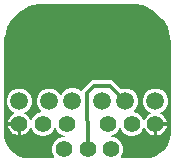
<source format=gbr>
G04 EAGLE Gerber X2 export*
G04 #@! %TF.Part,Single*
G04 #@! %TF.FileFunction,Copper,L2,Bot,Mixed*
G04 #@! %TF.FilePolarity,Positive*
G04 #@! %TF.GenerationSoftware,Autodesk,EAGLE,8.6.0*
G04 #@! %TF.CreationDate,2018-03-03T07:28:53Z*
G75*
%MOMM*%
%FSLAX34Y34*%
%LPD*%
%AMOC8*
5,1,8,0,0,1.08239X$1,22.5*%
G01*
%ADD10C,1.422400*%
%ADD11C,1.500000*%
%ADD12C,0.604000*%
%ADD13C,0.304800*%

G36*
X411391Y337084D02*
X411391Y337084D01*
X411462Y337086D01*
X411511Y337104D01*
X411563Y337112D01*
X411626Y337146D01*
X411693Y337171D01*
X411734Y337203D01*
X411780Y337228D01*
X411829Y337279D01*
X411886Y337324D01*
X411914Y337368D01*
X411950Y337406D01*
X411980Y337471D01*
X412018Y337531D01*
X412031Y337582D01*
X412053Y337629D01*
X412061Y337700D01*
X412079Y337770D01*
X412074Y337822D01*
X412080Y337873D01*
X412065Y337944D01*
X412059Y338015D01*
X412039Y338063D01*
X412028Y338114D01*
X411991Y338175D01*
X411963Y338241D01*
X411918Y338297D01*
X411902Y338325D01*
X411884Y338340D01*
X411858Y338372D01*
X411586Y338644D01*
X410039Y342379D01*
X410039Y346421D01*
X411586Y350156D01*
X414444Y353014D01*
X418179Y354561D01*
X419980Y354561D01*
X420076Y354576D01*
X420173Y354586D01*
X420197Y354596D01*
X420223Y354600D01*
X420309Y354646D01*
X420398Y354686D01*
X420417Y354703D01*
X420440Y354716D01*
X420507Y354786D01*
X420579Y354852D01*
X420591Y354875D01*
X420609Y354894D01*
X420650Y354982D01*
X420697Y355068D01*
X420702Y355093D01*
X420713Y355117D01*
X420724Y355214D01*
X420741Y355310D01*
X420737Y355336D01*
X420740Y355361D01*
X420720Y355457D01*
X420705Y355553D01*
X420694Y355576D01*
X420688Y355602D01*
X420638Y355685D01*
X420594Y355772D01*
X420575Y355791D01*
X420562Y355813D01*
X420488Y355876D01*
X420418Y355944D01*
X420390Y355960D01*
X420375Y355973D01*
X420344Y355985D01*
X420271Y356025D01*
X416744Y357486D01*
X413886Y360344D01*
X413203Y361993D01*
X413166Y362054D01*
X413136Y362119D01*
X413101Y362158D01*
X413074Y362202D01*
X413019Y362248D01*
X412970Y362301D01*
X412924Y362326D01*
X412884Y362359D01*
X412817Y362385D01*
X412754Y362419D01*
X412703Y362428D01*
X412655Y362447D01*
X412583Y362450D01*
X412512Y362463D01*
X412461Y362455D01*
X412409Y362457D01*
X412340Y362437D01*
X412269Y362427D01*
X412223Y362403D01*
X412173Y362389D01*
X412114Y362348D01*
X412050Y362316D01*
X412013Y362278D01*
X411971Y362249D01*
X411928Y362191D01*
X411878Y362140D01*
X411843Y362077D01*
X411824Y362051D01*
X411817Y362029D01*
X411797Y361993D01*
X411114Y360344D01*
X408256Y357486D01*
X404521Y355939D01*
X400479Y355939D01*
X396744Y357486D01*
X393886Y360344D01*
X392935Y362641D01*
X392881Y362728D01*
X392833Y362816D01*
X392817Y362831D01*
X392805Y362850D01*
X392727Y362915D01*
X392653Y362984D01*
X392633Y362993D01*
X392616Y363007D01*
X392521Y363044D01*
X392429Y363085D01*
X392407Y363087D01*
X392386Y363095D01*
X392285Y363100D01*
X392184Y363110D01*
X392162Y363105D01*
X392140Y363106D01*
X392043Y363078D01*
X391944Y363055D01*
X391925Y363043D01*
X391904Y363037D01*
X391821Y362979D01*
X391734Y362927D01*
X391720Y362910D01*
X391702Y362897D01*
X391641Y362816D01*
X391577Y362738D01*
X391565Y362713D01*
X391555Y362700D01*
X391545Y362668D01*
X391507Y362585D01*
X391446Y362395D01*
X390756Y361041D01*
X389863Y359812D01*
X388788Y358737D01*
X387559Y357844D01*
X386205Y357154D01*
X384760Y356685D01*
X384023Y356568D01*
X384023Y365338D01*
X384020Y365358D01*
X384022Y365377D01*
X384000Y365479D01*
X383983Y365581D01*
X383974Y365598D01*
X383970Y365618D01*
X383917Y365707D01*
X383868Y365798D01*
X383854Y365812D01*
X383844Y365829D01*
X383765Y365896D01*
X383690Y365967D01*
X383672Y365976D01*
X383657Y365989D01*
X383561Y366027D01*
X383467Y366071D01*
X383447Y366073D01*
X383429Y366081D01*
X383262Y366099D01*
X382499Y366099D01*
X382499Y366862D01*
X382496Y366882D01*
X382498Y366901D01*
X382476Y367003D01*
X382459Y367105D01*
X382450Y367122D01*
X382446Y367142D01*
X382393Y367231D01*
X382344Y367322D01*
X382330Y367336D01*
X382320Y367353D01*
X382241Y367420D01*
X382166Y367491D01*
X382148Y367500D01*
X382133Y367513D01*
X382037Y367552D01*
X381943Y367595D01*
X381923Y367597D01*
X381905Y367605D01*
X381738Y367623D01*
X372968Y367623D01*
X373085Y368360D01*
X373554Y369805D01*
X374244Y371159D01*
X375137Y372388D01*
X376212Y373463D01*
X377441Y374356D01*
X377744Y374510D01*
X377778Y374535D01*
X377816Y374552D01*
X377876Y374607D01*
X377942Y374656D01*
X377966Y374690D01*
X377997Y374719D01*
X378037Y374790D01*
X378084Y374857D01*
X378096Y374897D01*
X378116Y374934D01*
X378130Y375014D01*
X378154Y375093D01*
X378152Y375135D01*
X378160Y375176D01*
X378148Y375257D01*
X378145Y375339D01*
X378130Y375378D01*
X378124Y375419D01*
X378087Y375492D01*
X378058Y375569D01*
X378031Y375601D01*
X378012Y375639D01*
X377954Y375696D01*
X377902Y375759D01*
X377867Y375782D01*
X377837Y375811D01*
X377701Y375886D01*
X377694Y375890D01*
X377692Y375890D01*
X377690Y375892D01*
X376325Y376457D01*
X373357Y379425D01*
X371751Y383302D01*
X371751Y387498D01*
X373357Y391375D01*
X376325Y394343D01*
X380202Y395949D01*
X384398Y395949D01*
X388275Y394343D01*
X391243Y391375D01*
X392849Y387498D01*
X392849Y383302D01*
X391243Y379425D01*
X388275Y376457D01*
X387131Y375983D01*
X387095Y375961D01*
X387056Y375947D01*
X386991Y375897D01*
X386922Y375854D01*
X386895Y375821D01*
X386862Y375795D01*
X386817Y375727D01*
X386765Y375664D01*
X386750Y375625D01*
X386727Y375590D01*
X386706Y375511D01*
X386677Y375434D01*
X386675Y375393D01*
X386664Y375352D01*
X386670Y375270D01*
X386666Y375189D01*
X386678Y375148D01*
X386681Y375107D01*
X386712Y375031D01*
X386735Y374952D01*
X386759Y374918D01*
X386775Y374879D01*
X386829Y374818D01*
X386875Y374750D01*
X386909Y374725D01*
X386936Y374694D01*
X387066Y374609D01*
X387073Y374604D01*
X387074Y374603D01*
X387077Y374602D01*
X387559Y374356D01*
X388788Y373463D01*
X389863Y372388D01*
X390756Y371159D01*
X391446Y369805D01*
X391507Y369615D01*
X391554Y369525D01*
X391595Y369432D01*
X391610Y369416D01*
X391620Y369396D01*
X391693Y369326D01*
X391762Y369251D01*
X391781Y369240D01*
X391797Y369225D01*
X391888Y369181D01*
X391977Y369133D01*
X391999Y369129D01*
X392019Y369119D01*
X392119Y369107D01*
X392219Y369089D01*
X392241Y369092D01*
X392263Y369089D01*
X392362Y369110D01*
X392462Y369125D01*
X392482Y369135D01*
X392504Y369139D01*
X392592Y369190D01*
X392682Y369236D01*
X392697Y369252D01*
X392716Y369263D01*
X392783Y369339D01*
X392854Y369412D01*
X392867Y369436D01*
X392878Y369448D01*
X392891Y369479D01*
X392935Y369559D01*
X393886Y371856D01*
X396744Y374714D01*
X400446Y376247D01*
X400485Y376271D01*
X400528Y376287D01*
X400589Y376336D01*
X400655Y376377D01*
X400684Y376412D01*
X400720Y376441D01*
X400762Y376506D01*
X400812Y376566D01*
X400828Y376609D01*
X400853Y376648D01*
X400872Y376723D01*
X400900Y376796D01*
X400902Y376842D01*
X400913Y376886D01*
X400907Y376964D01*
X400911Y377042D01*
X400898Y377086D01*
X400894Y377131D01*
X400864Y377203D01*
X400842Y377278D01*
X400816Y377316D01*
X400798Y377358D01*
X400713Y377464D01*
X400702Y377480D01*
X400698Y377483D01*
X400693Y377489D01*
X398757Y379425D01*
X397151Y383302D01*
X397151Y387498D01*
X398757Y391375D01*
X401725Y394343D01*
X405602Y395949D01*
X409798Y395949D01*
X413675Y394343D01*
X416643Y391375D01*
X416785Y391033D01*
X416822Y390972D01*
X416851Y390907D01*
X416887Y390868D01*
X416914Y390824D01*
X416969Y390778D01*
X417018Y390726D01*
X417064Y390700D01*
X417104Y390667D01*
X417170Y390642D01*
X417233Y390607D01*
X417285Y390598D01*
X417333Y390579D01*
X417405Y390576D01*
X417475Y390563D01*
X417527Y390571D01*
X417579Y390569D01*
X417648Y390589D01*
X417719Y390599D01*
X417765Y390623D01*
X417815Y390637D01*
X417874Y390678D01*
X417938Y390711D01*
X417975Y390748D01*
X418017Y390777D01*
X418060Y390835D01*
X418110Y390886D01*
X418145Y390949D01*
X418164Y390975D01*
X418171Y390997D01*
X418191Y391033D01*
X418457Y391675D01*
X421425Y394643D01*
X425302Y396249D01*
X429498Y396249D01*
X433375Y394643D01*
X434120Y393899D01*
X434179Y393856D01*
X434233Y393805D01*
X434279Y393784D01*
X434319Y393755D01*
X434389Y393733D01*
X434456Y393703D01*
X434506Y393697D01*
X434554Y393683D01*
X434628Y393685D01*
X434701Y393677D01*
X434750Y393688D01*
X434800Y393689D01*
X434869Y393714D01*
X434941Y393730D01*
X434984Y393756D01*
X435031Y393773D01*
X435089Y393819D01*
X435151Y393857D01*
X435184Y393896D01*
X435223Y393927D01*
X435263Y393989D01*
X435310Y394045D01*
X435329Y394092D01*
X435356Y394134D01*
X435374Y394205D01*
X435401Y394273D01*
X435409Y394342D01*
X435416Y394373D01*
X435416Y394383D01*
X436758Y395725D01*
X436759Y395726D01*
X436761Y395728D01*
X438237Y397216D01*
X438243Y397219D01*
X438265Y397243D01*
X438320Y397287D01*
X441004Y399971D01*
X443906Y402873D01*
X461294Y402873D01*
X468439Y395727D01*
X468535Y395659D01*
X468628Y395589D01*
X468634Y395588D01*
X468639Y395584D01*
X468751Y395549D01*
X468862Y395513D01*
X468868Y395513D01*
X468874Y395511D01*
X468991Y395515D01*
X469108Y395516D01*
X469115Y395518D01*
X469120Y395518D01*
X469138Y395524D01*
X469269Y395562D01*
X470202Y395949D01*
X474398Y395949D01*
X478275Y394343D01*
X481243Y391375D01*
X482849Y387498D01*
X482849Y383302D01*
X481243Y379425D01*
X479278Y377460D01*
X479237Y377402D01*
X479187Y377350D01*
X479165Y377303D01*
X479135Y377261D01*
X479114Y377192D01*
X479084Y377127D01*
X479078Y377075D01*
X479063Y377025D01*
X479064Y376954D01*
X479056Y376883D01*
X479068Y376832D01*
X479069Y376780D01*
X479094Y376712D01*
X479109Y376642D01*
X479135Y376597D01*
X479153Y376549D01*
X479198Y376493D01*
X479235Y376431D01*
X479274Y376397D01*
X479307Y376357D01*
X479367Y376318D01*
X479422Y376271D01*
X479470Y376252D01*
X479514Y376224D01*
X479583Y376206D01*
X479650Y376179D01*
X479686Y376175D01*
X483456Y374614D01*
X486314Y371756D01*
X487265Y369459D01*
X487319Y369372D01*
X487367Y369284D01*
X487383Y369269D01*
X487395Y369250D01*
X487473Y369185D01*
X487547Y369116D01*
X487567Y369107D01*
X487584Y369093D01*
X487679Y369056D01*
X487771Y369015D01*
X487793Y369013D01*
X487814Y369005D01*
X487915Y369000D01*
X488016Y368990D01*
X488038Y368995D01*
X488060Y368994D01*
X488157Y369022D01*
X488256Y369045D01*
X488275Y369057D01*
X488296Y369063D01*
X488379Y369121D01*
X488466Y369173D01*
X488480Y369190D01*
X488498Y369203D01*
X488559Y369284D01*
X488623Y369362D01*
X488635Y369387D01*
X488645Y369400D01*
X488655Y369432D01*
X488693Y369515D01*
X488754Y369705D01*
X489444Y371059D01*
X490337Y372288D01*
X491412Y373363D01*
X492641Y374256D01*
X493142Y374511D01*
X493176Y374536D01*
X493214Y374553D01*
X493274Y374608D01*
X493340Y374657D01*
X493364Y374691D01*
X493395Y374719D01*
X493435Y374791D01*
X493482Y374858D01*
X493494Y374898D01*
X493514Y374935D01*
X493528Y375015D01*
X493552Y375094D01*
X493550Y375136D01*
X493558Y375177D01*
X493546Y375258D01*
X493543Y375339D01*
X493528Y375379D01*
X493522Y375420D01*
X493485Y375493D01*
X493456Y375570D01*
X493429Y375602D01*
X493410Y375640D01*
X493352Y375697D01*
X493300Y375760D01*
X493265Y375782D01*
X493235Y375812D01*
X493099Y375886D01*
X493092Y375891D01*
X493090Y375891D01*
X493088Y375893D01*
X491725Y376457D01*
X488757Y379425D01*
X487151Y383302D01*
X487151Y387498D01*
X488757Y391375D01*
X491725Y394343D01*
X495602Y395949D01*
X499798Y395949D01*
X503675Y394343D01*
X506643Y391375D01*
X508249Y387498D01*
X508249Y383302D01*
X506643Y379425D01*
X503675Y376457D01*
X502312Y375893D01*
X502277Y375871D01*
X502237Y375857D01*
X502173Y375806D01*
X502103Y375763D01*
X502076Y375731D01*
X502043Y375705D01*
X501999Y375637D01*
X501946Y375574D01*
X501931Y375534D01*
X501908Y375499D01*
X501888Y375420D01*
X501858Y375344D01*
X501856Y375302D01*
X501846Y375261D01*
X501851Y375180D01*
X501848Y375098D01*
X501860Y375058D01*
X501862Y375016D01*
X501894Y374940D01*
X501916Y374862D01*
X501940Y374827D01*
X501956Y374789D01*
X502010Y374727D01*
X502057Y374660D01*
X502090Y374635D01*
X502118Y374603D01*
X502247Y374518D01*
X502254Y374513D01*
X502256Y374513D01*
X502258Y374511D01*
X502759Y374256D01*
X503988Y373363D01*
X505063Y372288D01*
X505956Y371059D01*
X506646Y369705D01*
X507115Y368260D01*
X507232Y367523D01*
X498462Y367523D01*
X498442Y367520D01*
X498423Y367522D01*
X498321Y367500D01*
X498219Y367483D01*
X498202Y367474D01*
X498182Y367470D01*
X498093Y367417D01*
X498002Y367368D01*
X497988Y367354D01*
X497971Y367344D01*
X497904Y367265D01*
X497833Y367190D01*
X497824Y367172D01*
X497811Y367157D01*
X497773Y367061D01*
X497729Y366967D01*
X497727Y366947D01*
X497719Y366929D01*
X497701Y366762D01*
X497701Y365999D01*
X496938Y365999D01*
X496918Y365996D01*
X496899Y365998D01*
X496797Y365976D01*
X496695Y365959D01*
X496678Y365950D01*
X496658Y365946D01*
X496569Y365893D01*
X496478Y365844D01*
X496464Y365830D01*
X496447Y365820D01*
X496380Y365741D01*
X496309Y365666D01*
X496300Y365648D01*
X496287Y365633D01*
X496248Y365537D01*
X496205Y365443D01*
X496203Y365423D01*
X496195Y365405D01*
X496177Y365238D01*
X496177Y356468D01*
X495440Y356585D01*
X493995Y357054D01*
X492641Y357744D01*
X491412Y358637D01*
X490337Y359712D01*
X489444Y360941D01*
X488754Y362295D01*
X488693Y362485D01*
X488646Y362575D01*
X488605Y362668D01*
X488590Y362684D01*
X488580Y362704D01*
X488507Y362774D01*
X488438Y362849D01*
X488419Y362860D01*
X488403Y362875D01*
X488312Y362919D01*
X488223Y362967D01*
X488201Y362971D01*
X488181Y362981D01*
X488081Y362993D01*
X487981Y363011D01*
X487959Y363008D01*
X487937Y363011D01*
X487838Y362990D01*
X487738Y362975D01*
X487718Y362965D01*
X487696Y362961D01*
X487608Y362910D01*
X487518Y362864D01*
X487503Y362848D01*
X487484Y362837D01*
X487417Y362761D01*
X487346Y362688D01*
X487333Y362664D01*
X487322Y362652D01*
X487309Y362621D01*
X487265Y362541D01*
X486314Y360244D01*
X483456Y357386D01*
X479721Y355839D01*
X475679Y355839D01*
X471944Y357386D01*
X469086Y360244D01*
X468403Y361893D01*
X468366Y361954D01*
X468336Y362019D01*
X468301Y362058D01*
X468274Y362102D01*
X468218Y362148D01*
X468170Y362201D01*
X468124Y362226D01*
X468084Y362259D01*
X468017Y362285D01*
X467954Y362319D01*
X467903Y362328D01*
X467855Y362347D01*
X467783Y362350D01*
X467712Y362363D01*
X467661Y362355D01*
X467609Y362357D01*
X467540Y362337D01*
X467469Y362327D01*
X467423Y362303D01*
X467373Y362289D01*
X467314Y362248D01*
X467250Y362216D01*
X467213Y362178D01*
X467171Y362149D01*
X467128Y362091D01*
X467078Y362040D01*
X467043Y361977D01*
X467024Y361951D01*
X467017Y361929D01*
X466997Y361893D01*
X466314Y360244D01*
X463456Y357386D01*
X460170Y356025D01*
X460087Y355974D01*
X460001Y355928D01*
X459983Y355909D01*
X459961Y355896D01*
X459899Y355821D01*
X459832Y355750D01*
X459821Y355726D01*
X459804Y355706D01*
X459769Y355615D01*
X459728Y355527D01*
X459725Y355501D01*
X459716Y355477D01*
X459712Y355379D01*
X459701Y355283D01*
X459707Y355257D01*
X459706Y355231D01*
X459733Y355137D01*
X459753Y355042D01*
X459767Y355020D01*
X459774Y354995D01*
X459830Y354915D01*
X459880Y354831D01*
X459900Y354814D01*
X459914Y354793D01*
X459993Y354734D01*
X460067Y354671D01*
X460091Y354661D01*
X460112Y354646D01*
X460204Y354616D01*
X460295Y354579D01*
X460327Y354576D01*
X460346Y354570D01*
X460379Y354570D01*
X460461Y354561D01*
X462221Y354561D01*
X465956Y353014D01*
X468814Y350156D01*
X470361Y346421D01*
X470361Y342379D01*
X468814Y338644D01*
X468542Y338372D01*
X468500Y338314D01*
X468450Y338262D01*
X468429Y338215D01*
X468398Y338173D01*
X468377Y338104D01*
X468347Y338039D01*
X468341Y337987D01*
X468326Y337937D01*
X468328Y337866D01*
X468320Y337795D01*
X468331Y337744D01*
X468332Y337692D01*
X468357Y337624D01*
X468372Y337554D01*
X468399Y337509D01*
X468417Y337461D01*
X468461Y337405D01*
X468498Y337343D01*
X468538Y337309D01*
X468570Y337269D01*
X468631Y337230D01*
X468685Y337183D01*
X468733Y337164D01*
X468777Y337136D01*
X468847Y337118D01*
X468913Y337091D01*
X468985Y337083D01*
X469016Y337075D01*
X469039Y337077D01*
X469080Y337073D01*
X490000Y337073D01*
X490022Y337076D01*
X490060Y337075D01*
X493136Y337317D01*
X493142Y337319D01*
X493147Y337318D01*
X493312Y337352D01*
X499163Y339253D01*
X499195Y339270D01*
X499230Y339279D01*
X499376Y339362D01*
X504353Y342978D01*
X504379Y343004D01*
X504409Y343023D01*
X504522Y343147D01*
X508138Y348124D01*
X508155Y348156D01*
X508177Y348184D01*
X508247Y348337D01*
X510148Y354188D01*
X510149Y354194D01*
X510151Y354199D01*
X510183Y354364D01*
X510425Y357440D01*
X510423Y357462D01*
X510427Y357500D01*
X510427Y435000D01*
X510424Y435018D01*
X510426Y435050D01*
X510150Y439248D01*
X510145Y439271D01*
X510126Y439396D01*
X507953Y447506D01*
X507946Y447521D01*
X507944Y447536D01*
X507877Y447690D01*
X503678Y454962D01*
X503668Y454974D01*
X503662Y454989D01*
X503557Y455120D01*
X497620Y461057D01*
X497607Y461066D01*
X497597Y461079D01*
X497462Y461178D01*
X490190Y465377D01*
X490175Y465382D01*
X490163Y465392D01*
X490006Y465453D01*
X481896Y467626D01*
X481872Y467629D01*
X481748Y467650D01*
X477550Y467926D01*
X477531Y467924D01*
X477500Y467927D01*
X402500Y467927D01*
X402482Y467924D01*
X402450Y467926D01*
X398252Y467650D01*
X398229Y467645D01*
X398104Y467626D01*
X389994Y465453D01*
X389979Y465446D01*
X389964Y465444D01*
X389810Y465377D01*
X382538Y461178D01*
X382526Y461168D01*
X382511Y461162D01*
X382380Y461057D01*
X376443Y455120D01*
X376434Y455107D01*
X376421Y455097D01*
X376322Y454962D01*
X372123Y447690D01*
X372118Y447675D01*
X372108Y447663D01*
X372047Y447506D01*
X369874Y439396D01*
X369871Y439372D01*
X369850Y439248D01*
X369574Y435050D01*
X369576Y435031D01*
X369573Y435000D01*
X369573Y357500D01*
X369576Y357478D01*
X369575Y357440D01*
X369817Y354364D01*
X369819Y354358D01*
X369818Y354353D01*
X369852Y354188D01*
X371753Y348337D01*
X371770Y348305D01*
X371779Y348270D01*
X371862Y348124D01*
X375478Y343147D01*
X375504Y343121D01*
X375523Y343091D01*
X375647Y342978D01*
X380624Y339362D01*
X380656Y339345D01*
X380684Y339323D01*
X380837Y339253D01*
X386688Y337352D01*
X386694Y337351D01*
X386699Y337349D01*
X386864Y337317D01*
X389940Y337075D01*
X389962Y337077D01*
X390000Y337073D01*
X411320Y337073D01*
X411391Y337084D01*
G37*
%LPC*%
G36*
X499223Y364477D02*
X499223Y364477D01*
X507232Y364477D01*
X507115Y363740D01*
X506646Y362295D01*
X505956Y360941D01*
X505063Y359712D01*
X503988Y358637D01*
X502759Y357744D01*
X501405Y357054D01*
X499960Y356585D01*
X499223Y356468D01*
X499223Y364477D01*
G37*
%LPD*%
%LPC*%
G36*
X380240Y356685D02*
X380240Y356685D01*
X378795Y357154D01*
X377441Y357844D01*
X376212Y358737D01*
X375137Y359812D01*
X374244Y361041D01*
X373554Y362395D01*
X373085Y363840D01*
X372968Y364577D01*
X380977Y364577D01*
X380977Y356568D01*
X380240Y356685D01*
G37*
%LPD*%
D10*
X457700Y366000D03*
X477700Y366000D03*
X497700Y366000D03*
X422500Y366100D03*
X402500Y366100D03*
X382500Y366100D03*
D11*
X472300Y385400D03*
X497700Y385400D03*
X382300Y385400D03*
X407700Y385400D03*
D10*
X420200Y344400D03*
X440200Y344400D03*
X460200Y344400D03*
D11*
X427400Y385700D03*
X452800Y385700D03*
D12*
X490300Y448700D03*
X391200Y452200D03*
D13*
X440000Y392500D02*
X440200Y344400D01*
X440000Y392500D02*
X445800Y398300D01*
X459400Y398300D01*
X472300Y385400D01*
M02*

</source>
